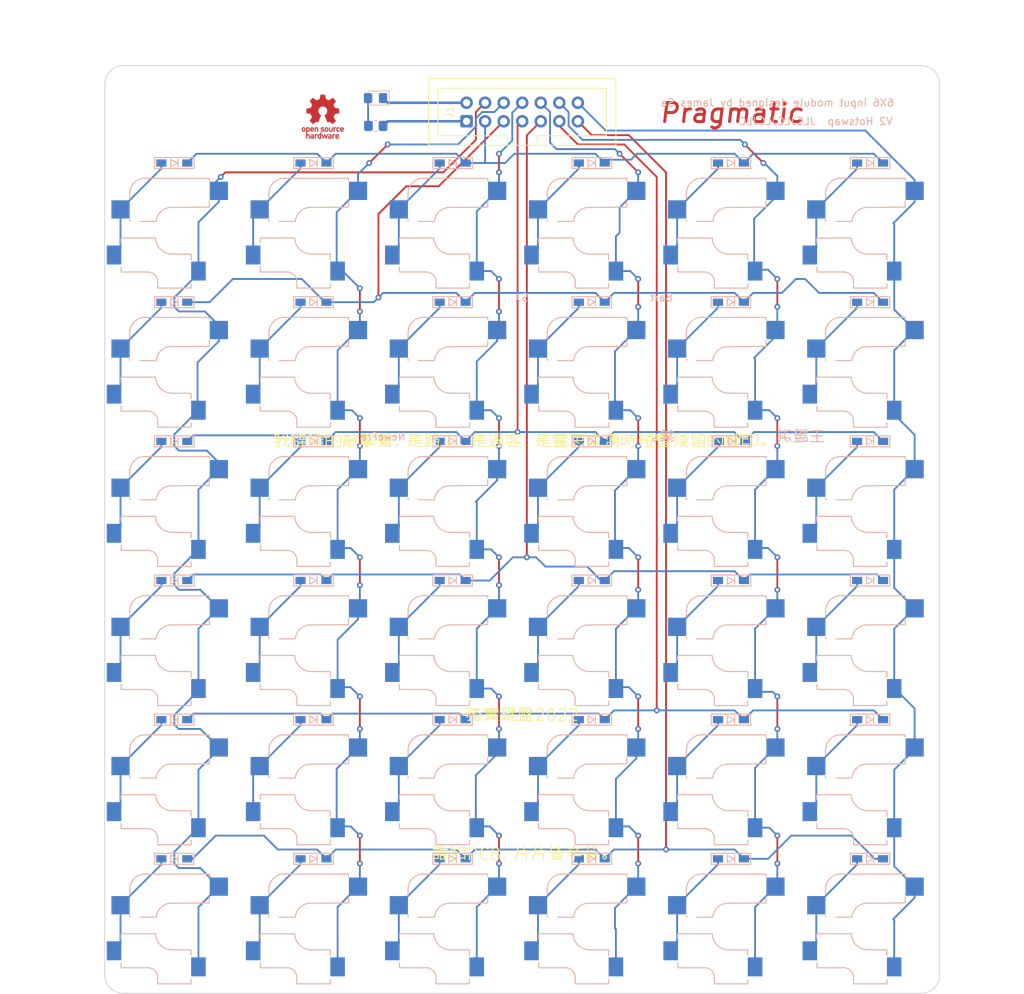
<source format=kicad_pcb>
(kicad_pcb (version 20211014) (generator pcbnew)
  (title_block (title "Pragmatic 6x6 input module") (date "2021-11-30") (rev "0.3") (company "James Sa"))
  (layers (0 "F.Cu" signal) (31 "B.Cu" signal) (34 "B.Paste" user) (35 "F.Paste" user) (36 "B.SilkS" user "B.Silkscreen") (37 "F.SilkS" user "F.Silkscreen") (38 "B.Mask" user) (39 "F.Mask" user) (44 "Edge.Cuts" user))
  (net 0 "")
  (net 1 "Net-(D1-Pad2)")
  (net 2 "Row1")
  (net 3 "Net-(D2-Pad2)")
  (net 4 "Col1")
  (net 5 "Net-(D7-Pad2)")
  (net 6 "Row2")
  (net 7 "Net-(D8-Pad2)")
  (net 8 "VCC")
  (net 9 "Col3")
  (net 10 "Col2")
  (net 11 "Row3")
  (net 12 "GND")
  (net 13 "Row4")
  (net 14 "Row5")
  (net 15 "Row6")
  (net 16 "Col6")
  (net 17 "Col5")
  (net 18 "Col4")
  (net 19 "Net-(D37-Pad2)")
  (net 20 "Net-(D3-Pad2)")
  (net 21 "Net-(D4-Pad2)")
  (net 22 "Net-(D5-Pad2)")
  (net 23 "Net-(D6-Pad2)")
  (net 24 "Net-(D9-Pad2)")
  (net 25 "Net-(D10-Pad2)")
  (net 26 "Net-(D11-Pad2)")
  (net 27 "Net-(D12-Pad2)")
  (net 28 "Net-(D13-Pad2)")
  (net 29 "Net-(D14-Pad2)")
  (net 30 "Net-(D15-Pad2)")
  (net 31 "Net-(D16-Pad2)")
  (net 32 "Net-(D17-Pad2)")
  (net 33 "Net-(D18-Pad2)")
  (net 34 "Net-(D19-Pad2)")
  (net 35 "Net-(D20-Pad2)")
  (net 36 "Net-(D21-Pad2)")
  (net 37 "Net-(D22-Pad2)")
  (net 38 "Net-(D23-Pad2)")
  (net 39 "Net-(D24-Pad2)")
  (net 40 "Net-(D25-Pad2)")
  (net 41 "Net-(D26-Pad2)")
  (net 42 "Net-(D27-Pad2)")
  (net 43 "Net-(D28-Pad2)")
  (net 44 "Net-(D29-Pad2)")
  (net 45 "Net-(D30-Pad2)")
  (net 46 "Net-(D31-Pad2)")
  (net 47 "Net-(D32-Pad2)")
  (net 48 "Net-(D33-Pad2)")
  (net 49 "Net-(D34-Pad2)")
  (net 50 "Net-(D35-Pad2)")
  (net 51 "Net-(D36-Pad2)")
  (footprint "Keyboard_JSA:CherryMX_Choc_Hotswap" (layer "F.Cu") (at 57.15 57.15)
    (fp_text reference "SW1" hide)
    (fp_text value "SW_Push" hide)
  )
  (footprint "Keyboard_JSA:CherryMX_Choc_Hotswap" (layer "F.Cu") (at 57.15 76.2)
    (fp_text reference "SW7" hide)
    (fp_text value "SW_Push" hide)
  )
  (footprint "Keyboard_JSA:CherryMX_Choc_Hotswap" (layer "F.Cu") (at 76.2 76.2)
    (fp_text reference "SW8" hide)
    (fp_text value "SW_Push" hide)
  )
  (footprint "Keyboard_JSA:CherryMX_Choc_Hotswap" (layer "F.Cu") (at 76.2 57.15)
    (fp_text reference "SW2" hide)
    (fp_text value "SW_Push" hide)
  )
  (footprint "Keyboard_JSA:CherryMX_Choc_Hotswap" (layer "F.Cu") (at 95.25 57.15)
    (fp_text reference "SW3" hide)
    (fp_text value "SW_Push" hide)
  )
  (footprint "Keyboard_JSA:CherryMX_Choc_Hotswap" (layer "F.Cu") (at 114.3 57.15)
    (fp_text reference "SW4" hide)
    (fp_text value "SW_Push" hide)
  )
  (footprint "Keyboard_JSA:CherryMX_Choc_Hotswap" (layer "F.Cu") (at 133.35 57.15)
    (fp_text reference "SW5" hide)
    (fp_text value "SW_Push" hide)
  )
  (footprint "Keyboard_JSA:CherryMX_Choc_Hotswap" (layer "F.Cu") (at 152.4 57.15)
    (fp_text reference "SW6" hide)
    (fp_text value "SW_Push" hide)
  )
  (footprint "Keyboard_JSA:CherryMX_Choc_Hotswap" (layer "F.Cu") (at 95.25 76.2)
    (fp_text reference "SW9" hide)
    (fp_text value "SW_Push" hide)
  )
  (footprint "Keyboard_JSA:CherryMX_Choc_Hotswap" (layer "F.Cu") (at 114.3 76.2)
    (fp_text reference "SW10" hide)
    (fp_text value "SW_Push" hide)
  )
  (footprint "Keyboard_JSA:CherryMX_Choc_Hotswap" (layer "F.Cu") (at 133.35 76.2)
    (fp_text reference "SW11" hide)
    (fp_text value "SW_Push" hide)
  )
  (footprint "Keyboard_JSA:CherryMX_Choc_Hotswap" (layer "F.Cu") (at 152.4 76.2)
    (fp_text reference "SW12" hide)
    (fp_text value "SW_Push" hide)
  )
  (footprint "Keyboard_JSA:CherryMX_Choc_Hotswap" (layer "F.Cu") (at 57.15 95.25)
    (fp_text reference "SW13" hide)
    (fp_text value "SW_Push" hide)
  )
  (footprint "Keyboard_JSA:CherryMX_Choc_Hotswap" (layer "F.Cu") (at 76.2 95.25)
    (fp_text reference "SW14" hide)
    (fp_text value "SW_Push" hide)
  )
  (footprint "Keyboard_JSA:CherryMX_Choc_Hotswap" (layer "F.Cu") (at 95.25 95.25)
    (fp_text reference "SW15" hide)
    (fp_text value "SW_Push" hide)
  )
  (footprint "Keyboard_JSA:CherryMX_Choc_Hotswap" (layer "F.Cu") (at 114.3 95.25)
    (fp_text reference "SW16" hide)
    (fp_text value "SW_Push" hide)
  )
  (footprint "Keyboard_JSA:CherryMX_Choc_Hotswap" (layer "F.Cu") (at 133.35 95.25)
    (fp_text reference "SW17" hide)
    (fp_text value "SW_Push" hide)
  )
  (footprint "Keyboard_JSA:CherryMX_Choc_Hotswap" (layer "F.Cu") (at 152.4 95.25)
    (fp_text reference "SW18" hide)
    (fp_text value "SW_Push" hide)
  )
  (footprint "Keyboard_JSA:CherryMX_Choc_Hotswap" (layer "F.Cu") (at 57.15 114.3)
    (fp_text reference "SW19" hide)
    (fp_text value "SW_Push" hide)
  )
  (footprint "Keyboard_JSA:CherryMX_Choc_Hotswap" (layer "F.Cu") (at 76.2 114.3)
    (fp_text reference "SW20" hide)
    (fp_text value "SW_Push" hide)
  )
  (footprint "Keyboard_JSA:CherryMX_Choc_Hotswap" (layer "F.Cu") (at 95.25 114.3)
    (fp_text reference "SW21" hide)
    (fp_text value "SW_Push" hide)
  )
  (footprint "Keyboard_JSA:CherryMX_Choc_Hotswap" (layer "F.Cu") (at 114.3 114.3)
    (fp_text reference "SW22" hide)
    (fp_text value "SW_Push" hide)
  )
  (footprint "Keyboard_JSA:CherryMX_Choc_Hotswap" (layer "F.Cu") (at 133.35 114.3)
    (fp_text reference "SW23" hide)
    (fp_text value "SW_Push" hide)
  )
  (footprint "Keyboard_JSA:CherryMX_Choc_Hotswap" (layer "F.Cu") (at 152.4 114.3)
    (fp_text reference "SW24" hide)
    (fp_text value "SW_Push" hide)
  )
  (footprint "Keyboard_JSA:CherryMX_Choc_Hotswap" (layer "F.Cu") (at 57.15 133.35)
    (fp_text reference "SW25" hide)
    (fp_text value "SW_Push" hide)
  )
  (footprint "Keyboard_JSA:CherryMX_Choc_Hotswap" (layer "F.Cu") (at 76.2 133.35)
    (fp_text reference "SW26" hide)
    (fp_text value "SW_Push" hide)
  )
  (footprint "Keyboard_JSA:CherryMX_Choc_Hotswap" (layer "F.Cu") (at 95.25 133.35)
    (fp_text reference "SW27" hide)
    (fp_text value "SW_Push" hide)
  )
  (footprint "Keyboard_JSA:CherryMX_Choc_Hotswap" (layer "F.Cu") (at 114.3 133.35)
    (fp_text reference "SW28" hide)
    (fp_text value "SW_Push" hide)
  )
  (footprint "Keyboard_JSA:CherryMX_Choc_Hotswap" (layer "F.Cu") (at 133.35 133.35)
    (fp_text reference "SW29" hide)
    (fp_text value "SW_Push" hide)
  )
  (footprint "Keyboard_JSA:CherryMX_Choc_Hotswap" (layer "F.Cu") (at 152.4 133.35)
    (fp_text reference "SW30" hide)
    (fp_text value "SW_Push" hide)
  )
  (footprint "Keyboard_JSA:CherryMX_Choc_Hotswap" (layer "F.Cu") (at 57.15 152.4)
    (fp_text reference "SW31" hide)
    (fp_text value "SW_Push" hide)
  )
  (footprint "Keyboard_JSA:CherryMX_Choc_Hotswap" (layer "F.Cu") (at 76.2 152.4)
    (fp_text reference "SW32" hide)
    (fp_text value "SW_Push" hide)
  )
  (footprint "Keyboard_JSA:CherryMX_Choc_Hotswap" (layer "F.Cu") (at 95.25 152.4)
    (fp_text reference "SW33" hide)
    (fp_text value "SW_Push" hide)
  )
  (footprint "Keyboard_JSA:CherryMX_Choc_Hotswap" (layer "F.Cu") (at 114.3 152.4)
    (fp_text reference "SW34" hide)
    (fp_text value "SW_Push" hide)
  )
  (footprint "Keyboard_JSA:CherryMX_Choc_Hotswap" (layer "F.Cu") (at 133.35 152.4)
    (fp_text reference "SW35" hide)
    (fp_text value "SW_Push" hide)
  )
  (footprint "Keyboard_JSA:CherryMX_Choc_Hotswap" (layer "F.Cu") (at 152.4 152.4)
    (fp_text reference "SW36" hide)
    (fp_text value "SW_Push" hide)
  )
  (footprint "MountingHole:MountingHole_2.5mm" (layer "F.Cu") (at 104.775 104.775)
    (fp_text reference "H5")
    (fp_text value "MountingHole")
  )
  (footprint "MountingHole:MountingHole_2.5mm" (layer "F.Cu") (at 66.675 66.675)
    (fp_text reference "H1")
    (fp_text value "MountingHole")
  )
  (footprint "MountingHole:MountingHole_2.5mm" (layer "F.Cu") (at 66.04 142.24)
    (fp_text reference "H2")
    (fp_text value "MountingHole")
  )
  (footprint "MountingHole:MountingHole_2.5mm" (layer "F.Cu") (at 142.875 66.675)
    (fp_text reference "H3")
    (fp_text value "MountingHole")
  )
  (footprint "MountingHole:MountingHole_2.5mm" (layer "F.Cu") (at 142.875 142.875)
    (fp_text reference "H4")
    (fp_text value "MountingHole")
  )
  (footprint "Connector_IDC:IDC-Header_2x07_P2.54mm_Vertical" (layer "F.Cu") (at 97.155 42.545 90)
    (fp_text reference "J1")
    (fp_text value "Hand-Soldering")
  )
  (footprint "Pragmatic:Logo" (layer "F.Cu") (at 133.35 42.545)
    (fp_text reference "REF**" hide)
    (fp_text value "Logo")
  )
  (footprint "Symbol:OSHW-Logo_5.7x6mm_Copper" (layer "F.Cu") (at 77.47 41.91)
    (fp_text reference "LOGO1" hide)
    (fp_text value "Logo_Open_Hardware_Small" hide)
  )
  (footprint "Keyboard_Foostan:D3_SMD_v2" (layer "B.Cu") (at 57.15 48.26 180)
    (fp_text reference "D1" hide)
    (fp_text value "1N4148" hide)
  )
  (footprint "Keyboard_Foostan:D3_SMD_v2" (layer "B.Cu") (at 57.15 67.31 180)
    (fp_text reference "D7" hide)
    (fp_text value "1N4148" hide)
  )
  (footprint "Keyboard_Foostan:D3_SMD_v2" (layer "B.Cu") (at 76.2 67.31 180)
    (fp_text reference "D8" hide)
    (fp_text value "1N4148" hide)
  )
  (footprint "Keyboard_Foostan:D3_SMD_v2" (layer "B.Cu") (at 76.2 48.26 180)
    (fp_text reference "D2" hide)
    (fp_text value "1N4148" hide)
  )
  (footprint "Keyboard_Foostan:D3_SMD_v2" (layer "B.Cu") (at 95.25 48.26 180)
    (fp_text reference "D3" hide)
    (fp_text value "1N4148" hide)
  )
  (footprint "Keyboard_Foostan:D3_SMD_v2" (layer "B.Cu") (at 114.3 48.26 180)
    (fp_text reference "D4" hide)
    (fp_text value "1N4148" hide)
  )
  (footprint "Keyboard_Foostan:D3_SMD_v2" (layer "B.Cu") (at 133.35 48.26 180)
    (fp_text reference "D5" hide)
    (fp_text value "1N4148" hide)
  )
  (footprint "Keyboard_Foostan:D3_SMD_v2" (layer "B.Cu") (at 152.4 48.26 180)
    (fp_text reference "D6" hide)
    (fp_text value "1N4148" hide)
  )
  (footprint "Keyboard_Foostan:D3_SMD_v2" (layer "B.Cu") (at 95.25 67.31 180)
    (fp_text reference "D9" hide)
    (fp_text value "1N4148" hide)
  )
  (footprint "Keyboard_Foostan:D3_SMD_v2" (layer "B.Cu") (at 114.3 67.31 180)
    (fp_text reference "D10" hide)
    (fp_text value "1N4148" hide)
  )
  (footprint "Keyboard_Foostan:D3_SMD_v2" (layer "B.Cu") (at 133.35 67.31 180)
    (fp_text reference "D11" hide)
    (fp_text value "1N4148" hide)
  )
  (footprint "Keyboard_Foostan:D3_SMD_v2" (layer "B.Cu") (at 152.4 67.31 180)
    (fp_text reference "D12" hide)
    (fp_text value "1N4148" hide)
  )
  (footprint "Keyboard_Foostan:D3_SMD_v2" (layer "B.Cu") (at 57.15 86.36 180)
    (fp_text reference "D13" hide)
    (fp_text value "1N4148" hide)
  )
  (footprint "Keyboard_Foostan:D3_SMD_v2" (layer "B.Cu") (at 76.2 86.36 180)
    (fp_text reference "D14" hide)
    (fp_text value "1N4148" hide)
  )
  (footprint "Keyboard_Foostan:D3_SMD_v2" (layer "B.Cu") (at 95.25 86.36 180)
    (fp_text reference "D15" hide)
    (fp_text value "1N4148" hide)
  )
  (footprint "Keyboard_Foostan:D3_SMD_v2" (layer "B.Cu") (at 114.3 86.36 180)
    (fp_text reference "D16" hide)
    (fp_text value "1N4148" hide)
  )
  (footprint "Keyboard_Foostan:D3_SMD_v2" (layer "B.Cu") (at 133.48 86.36 180)
    (fp_text reference "D17" hide)
    (fp_text value "1N4148" hide)
  )
  (footprint "Keyboard_Foostan:D3_SMD_v2" (layer "B.Cu") (at 152.4 86.36 180)
    (fp_text reference "D18" hide)
    (fp_text value "1N4148" hide)
  )
  (footprint "Keyboard_Foostan:D3_SMD_v2" (layer "B.Cu") (at 57.15 105.41 180)
    (fp_text reference "D19" hide)
    (fp_text value "1N4148" hide)
  )
  (footprint "Keyboard_Foostan:D3_SMD_v2" (layer "B.Cu") (at 76.2 105.41 180)
    (fp_text reference "D20" hide)
    (fp_text value "1N4148" hide)
  )
  (footprint "Keyboard_Foostan:D3_SMD_v2" (layer "B.Cu") (at 95.25 105.41 180)
    (fp_text reference "D21" hide)
    (fp_text value "1N4148" hide)
  )
  (footprint "Keyboard_Foostan:D3_SMD_v2" (layer "B.Cu") (at 114.3 105.41 180)
    (fp_text reference "D22" hide)
    (fp_text value "1N4148" hide)
  )
  (footprint "Keyboard_Foostan:D3_SMD_v2" (layer "B.Cu") (at 133.35 105.41 180)
    (fp_text reference "D23" hide)
    (fp_text value "1N4148" hide)
  )
  (footprint "Keyboard_Foostan:D3_SMD_v2" (layer "B.Cu") (at 152.4 105.41 180)
    (fp_text reference "D24" hide)
    (fp_text value "1N4148" hide)
  )
  (footprint "Keyboard_Foostan:D3_SMD_v2" (layer "B.Cu") (at 57.15 124.46 180)
    (fp_text reference "D25" hide)
    (fp_text value "1N4148" hide)
  )
  (footprint "Keyboard_Foostan:D3_SMD_v2" (layer "B.Cu") (at 76.2 124.46 180)
    (fp_text reference "D26" hide)
    (fp_text value "1N4148" hide)
  )
  (footprint "Keyboard_Foostan:D3_SMD_v2" (layer "B.Cu") (at 95.25 124.46 180)
    (fp_text reference "D27" hide)
    (fp_text value "1N4148" hide)
  )
  (footprint "Keyboard_Foostan:D3_SMD_v2" (layer "B.Cu") (at 114.3 124.46 180)
    (fp_text reference "D28" hide)
    (fp_text value "1N4148" hide)
  )
  (footprint "Keyboard_Foostan:D3_SMD_v2" (layer "B.Cu") (at 133.35 124.46 180)
    (fp_text reference "D29" hide)
    (fp_text value "1N4148" hide)
  )
  (footprint "Keyboard_Foostan:D3_SMD_v2" (layer "B.Cu") (at 152.4 124.46 180)
    (fp_text reference "D30" hide)
    (fp_text value "1N4148" hide)
  )
  (footprint "Keyboard_Foostan:D3_SMD_v2" (layer "B.Cu") (at 57.15 143.51 180)
    (fp_text reference "D31" hide)
    (fp_text value "1N4148" hide)
  )
  (footprint "Keyboard_Foostan:D3_SMD_v2" (layer "B.Cu") (at 76.2 143.51 180)
    (fp_text reference "D32" hide)
    (fp_text value "1N4148" hide)
  )
  (footprint "Keyboard_Foostan:D3_SMD_v2" (layer "B.Cu") (at 95.25 143.51 180)
    (fp_text reference "D33" hide)
    (fp_text value "1N4148" hide)
  )
  (footprint "Keyboard_Foostan:D3_SMD_v2" (layer "B.Cu") (at 114.3 143.51 180)
    (fp_text reference "D34" hide)
    (fp_text value "1N4148" hide)
  )
  (footprint "Keyboard_Foostan:D3_SMD_v2" (layer "B.Cu") (at 133.35 143.51 180)
    (fp_text reference "D35" hide)
    (fp_text value "1N4148" hide)
  )
  (footprint "Keyboard_Foostan:D3_SMD_v2" (layer "B.Cu") (at 152.4 143.51 180)
    (fp_text reference "D36" hide)
    (fp_text value "1N4148" hide)
  )
  (footprint "LED_SMD:LED_0805_2012Metric_Pad1.15x1.40mm_HandSolder" (layer "B.Cu") (at 84.7 39.37 180)
    (fp_text reference "D37")
    (fp_text value "White LED")
  )
  (footprint "Resistor_SMD:R_0805_2012Metric_Pad1.20x1.40mm_HandSolder" (layer "B.Cu") (at 84.725 43.18 180)
    (fp_text reference "R1")
    (fp_text value "1.5K 1/8W")
  )
  (gr_line (start 50.165 161.925) (end 159.385 161.925) (layer "Edge.Cuts") (width 0.12))
  (gr_arc (start 161.925 159.385) (mid 161.181051 161.181051) (end 159.385 161.925) (layer "Edge.Cuts") (width 0.12))
  (gr_arc (start 159.385 34.925) (mid 161.181051 35.668949) (end 161.925 37.465) (layer "Edge.Cuts") (width 0.12))
  (gr_line (start 161.925 37.465) (end 161.925 159.385) (layer "Edge.Cuts") (width 0.12))
  (gr_arc (start 50.165 161.925) (mid 48.368949 161.181051) (end 47.625 159.385) (layer "Edge.Cuts") (width 0.12))
  (gr_line (start 159.385 34.925) (end 50.165 34.925) (layer "Edge.Cuts") (width 0.12))
  (gr_arc (start 47.625 37.465) (mid 48.368949 35.668949) (end 50.165 34.925) (layer "Edge.Cuts") (width 0.12))
  (gr_line (start 47.625 37.465) (end 47.625 159.385) (layer "Edge.Cuts") (width 0.12))
  (gr_text "6X6 input module designed by James Sa" (at 139.7 40.005) (layer "B.SilkS") (effects (font (size 1.016 1.016) (thickness 0.1524)) (justify mirror)))
  (gr_text "棠。" (at 123.825 85.725) (layer "B.SilkS") (effects (font (size 1.5 1.5)) (justify mirror)))
  (gr_text "Bart" (at 123.825 66.675) (layer "B.SilkS") (effects (font (size 1 1)) (justify mirror)))
  (gr_text "김" (at 68.58 84.455) (layer "B.SilkS") (effects (font (size 1 1)) (justify mirror)))
  (gr_text "SJ" (at 104.775 66.675) (layer "B.SilkS") (effects (font (size 1 1)) (justify mirror)))
  (gr_text "JLCJLCJLCJLC" (at 139.7 42.545) (layer "B.SilkS") (effects (font (size 1.016 1.016) (thickness 0.1524)) (justify mirror)))
  (gr_text "NeweFre" (at 85.725 85.725) (layer "B.SilkS") (effects (font (size 1 1)) (justify mirror)))
  (gr_text "김" (at 67.31 85.09) (layer "B.SilkS") (effects (font (size 1.5 1.5)) (justify mirror)))
  (gr_text "王證淇" (at 142.875 85.725) (layer "B.SilkS") (effects (font (size 1.5 1.5)) (justify mirror)))
  (gr_text "V2 Hotswap" (at 155.575 42.545) (layer "B.SilkS") (effects (font (size 1.016 1.016) (thickness 0.1524)) (justify left mirror)))
  (gr_text "務實鍵盤2022" (at 104.775 123.825) (layer "F.SilkS") (effects (font (size 1.6 1.6))))
  (gr_text "我噠噠的敲擊聲，是歸人，是過客，是靈思泉湧時短暫殘留的腳印。" (at 104.775 86.36) (layer "F.SilkS") (effects (font (size 1.6 1.6))))
  (gr_text "誰知PCB，片片皆辛苦。" (at 104.775 142.875) (layer "F.SilkS") (effects (font (size 1.6 1.6))))
  (segment (start 49.784 54.61) (end 49.784 59.961) (width 0.25) (layer "B.Cu") (net 1))
  (segment (start 49.784 59.961) (end 48.895 60.85) (width 0.25) (layer "B.Cu") (net 1))
  (segment (start 55.375 49.019) (end 49.784 54.61) (width 0.25) (layer "B.Cu") (net 1))
  (segment (start 55.375 48.26) (end 55.375 49.019) (width 0.25) (layer "B.Cu") (net 1))
  (segment (start 79.245 46.99) (end 95.755 46.99) (width 0.25) (layer "B.Cu") (net 2))
  (segment (start 154.175 48.26) (end 152.905 46.99) (width 0.25) (layer "B.Cu") (net 2))
  (segment (start 115.619005 47.804005) (end 119.680099 47.804005) (width 0.25) (layer "B.Cu") (net 2))
  (segment (start 136.395 46.99) (end 135.125 48.26) (width 0.25) (layer "B.Cu") (net 2))
  (segment (start 99.695 42.545) (end 99.695 48.26) (width 0.25) (layer "B.Cu") (net 2))
  (segment (start 97.025 48.26) (end 102.4298 48.26) (width 0.25) (layer "B.Cu") (net 2))
  (segment (start 114.805 46.99) (end 116.075 48.26) (width 0.25) (layer "B.Cu") (net 2))
  (segment (start 77.975 48.26) (end 79.245 46.99) (width 0.25) (layer "B.Cu") (net 2))
  (segment (start 133.855 46.99) (end 135.125 48.26) (width 0.25) (layer "B.Cu") (net 2))
  (segment (start 102.4298 48.26) (end 103.6998 46.99) (width 0.25) (layer "B.Cu") (net 2))
  (segment (start 119.680099 47.804005) (end 120.494104 46.99) (width 0.25) (layer "B.Cu") (net 2))
  (segment (start 76.705 46.99) (end 77.975 48.26) (width 0.25) (layer "B.Cu") (net 2))
  (segment (start 60.195 46.99) (end 76.705 46.99) (width 0.25) (layer "B.Cu") (net 2))
  (segment (start 95.755 46.99) (end 97.025 48.26) (width 0.25) (layer "B.Cu") (net 2))
  (segment (start 58.925 48.26) (end 60.195 46.99) (width 0.25) (layer "B.Cu") (net 2))
  (segment (start 103.6998 46.99) (end 114.805 46.99) (width 0.25) (layer "B.Cu") (net 2))
  (segment (start 120.494104 46.99) (end 133.855 46.99) (width 0.25) (layer "B.Cu") (net 2))
  (segment (start 152.905 46.99) (end 136.395 46.99) (width 0.25) (layer "B.Cu") (net 2))
  (segment (start 74.425 48.26) (end 74.425 49.019) (width 0.25) (layer "B.Cu") (net 3))
  (segment (start 67.945 55.499) (end 67.945 60.85) (width 0.25) (layer "B.Cu") (net 3))
  (segment (start 74.425 49.019) (end 68.834 54.61) (width 0.25) (layer "B.Cu") (net 3))
  (segment (start 93.98 49.53) (end 64.135 49.53) (width 0.25) (layer "F.Cu") (net 4))
  (segment (start 64.135 49.53) (end 63.5 50.165) (width 0.25) (layer "F.Cu") (net 4))
  (segment (start 98.425 41.275) (end 98.425 45.085) (width 0.25) (layer "F.Cu") (net 4))
  (segment (start 98.425 45.085) (end 93.98 49.53) (width 0.25) (layer "F.Cu") (net 4))
  (segment (start 99.695 40.005) (end 98.425 41.275) (width 0.25) (layer "F.Cu") (net 4))
  (via (at 63.5 50.165) (size 0.8) (drill 0.4) (layers "F.Cu" "B.Cu") (net 4))
  (segment (start 60.325 75.565) (end 60.325 81.973) (width 0.25) (layer "B.Cu") (net 4))
  (segment (start 63.246 71.12) (end 63.246 72.644) (width 0.25) (layer "B.Cu") (net 4))
  (segment (start 57.15 104.452) (end 60.452 101.15) (width 0.25) (layer "B.Cu") (net 4))
  (segment (start 60.452 92.964) (end 60.452 101.15) (width 0.25) (layer "B.Cu") (net 4))
  (segment (start 60.452 131.318) (end 60.452 139.25) (width 0.25) (layer "B.Cu") (net 4))
  (segment (start 63.246 128.524) (end 60.452 131.318) (width 0.25) (layer "B.Cu") (net 4))
  (segment (start 57.15 85.402) (end 57.15 86.995) (width 0.25) (layer "B.Cu") (net 4))
  (segment (start 57.15 86.995) (end 57.785 87.63) (width 0.25) (layer "B.Cu") (net 4))
  (segment (start 57.15 125.132011) (end 57.747989 125.73) (width 0.25) (layer "B.Cu") (net 4))
  (segment (start 63.246 109.22) (end 60.452 112.014) (width 0.25) (layer "B.Cu") (net 4))
  (segment (start 61.595 87.63) (end 63.246 89.281) (width 0.25) (layer "B.Cu") (net 4))
  (segment (start 57.15 66.675) (end 57.15 67.945) (width 0.25) (layer "B.Cu") (net 4))
  (segment (start 57.15 106.045) (end 57.785 106.68) (width 0.25) (layer "B.Cu") (net 4))
  (segment (start 57.785 87.63) (end 61.595 87.63) (width 0.25) (layer "B.Cu") (net 4))
  (segment (start 61.332987 68.58) (end 63.246 70.493013) (width 0.25) (layer "B.Cu") (net 4))
  (segment (start 60.706 125.73) (end 63.246 128.27) (width 0.25) (layer "B.Cu") (net 4))
  (segment (start 62.865 51.689) (end 62.865 50.8) (width 0.25) (layer "B.Cu") (net 4))
  (segment (start 60.452 112.014) (end 60.452 120.2) (width 0.25) (layer "B.Cu") (net 4))
  (segment (start 63.246 147.32) (end 60.452 150.114) (width 0.25) (layer "B.Cu") (net 4))
  (segment (start 57.785 144.78) (end 60.706 144.78) (width 0.25) (layer "B.Cu") (net 4))
  (segment (start 57.785 68.58) (end 61.332987 68.58) (width 0.25) (layer "B.Cu") (net 4))
  (segment (start 60.452 63.373) (end 57.15 66.675) (width 0.25) (layer "B.Cu") (net 4))
  (segment (start 57.785 106.68) (end 60.706 106.68) (width 0.25) (layer "B.Cu") (net 4))
  (segment (start 57.15 142.552) (end 57.15 144.145) (width 0.25) (layer "B.Cu") (net 4))
  (segment (start 63.246 90.17) (end 60.452 92.964) (width 0.25) (layer "B.Cu") (net 4))
  (segment (start 57.15 144.145) (end 57.785 144.78) (width 0.25) (layer "B.Cu") (net 4))
  (segment (start 63.246 72.644) (end 60.325 75.565) (width 0.25) (layer "B.Cu") (net 4))
  (segment (start 60.452 120.523) (end 57.15 123.825) (width 0.25) (layer "B.Cu") (net 4))
  (segment (start 63.246 53.57) (end 60.452 56.364) (width 0.25) (layer "B.Cu") (net 4))
  (segment (start 57.15 67.945) (end 57.785 68.58) (width 0.25) (layer "B.Cu") (net 4))
  (segment (start 60.452 139.25) (end 57.15 142.552) (width 0.25) (layer "B.Cu") (net 4))
  (segment (start 60.706 106.68) (end 63.246 109.22) (width 0.25) (layer "B.Cu") (net 4))
  (segment (start 62.865 50.8) (end 63.5 50.165) (width 0.25) (layer "B.Cu") (net 4))
  (segment (start 63.246 52.07) (end 63.246 53.57) (width 0.25) (layer "B.Cu") (net 4))
  (segment (start 60.706 144.78) (end 63.246 147.32) (width 0.25) (layer "B.Cu") (net 4))
  (segment (start 60.452 56.364) (end 60.452 63.05) (width 0.25) (layer "B.Cu") (net 4))
  (segment (start 57.747989 125.73) (end 60.706 125.73) (width 0.25) (layer "B.Cu") (net 4))
  (segment (start 57.15 104.452) (end 57.15 106.045) (width 0.25) (layer "B.Cu") (net 4))
  (segment (start 60.452 82.1) (end 57.15 85.402) (width 0.25) (layer "B.Cu") (net 4))
  (segment (start 57.15 123.825) (end 57.15 125.132011) (width 0.25) (layer "B.Cu") (net 4))
  (segment (start 60.452 150.114) (end 60.452 158.3) (width 0.25) (layer "B.Cu") (net 4))
  (segment (start 55.375 67.31) (end 55.375 68.069) (width 0.25) (layer "B.Cu") (net 5))
  (segment (start 55.375 68.069) (end 49.784 73.66) (width 0.25) (layer "B.Cu") (net 5))
  (segment (start 49.784 73.66) (end 49.784 79.011) (width 0.25) (layer "B.Cu") (net 5))
  (segment (start 49.784 79.011) (end 48.895 79.9) (width 0.25) (layer "B.Cu") (net 5))
  (segment (start 102.235 42.545) (end 93.345 51.435) (width 0.25) (layer "F.Cu") (net 6))
  (segment (start 85.09 55.245) (end 85.09 66.675) (width 0.25) (layer "F.Cu") (net 6))
  (segment (start 88.9 51.435) (end 85.09 55.245) (width 0.25) (layer "F.Cu") (net 6))
  (segment (start 93.345 51.435) (end 88.9 51.435) (width 0.25) (layer "F.Cu") (net 6))
  (via (at 85.09 66.675) (size 0.8) (drill 0.4) (layers "F.Cu" "B.Cu") (net 6))
  (segment (start 97.025 67.31) (end 95.755 66.04) (width 0.25) (layer "B.Cu") (net 6))
  (segment (start 85.725 66.04) (end 85.09 66.675) (width 0.25) (layer "B.Cu") (net 6))
  (segment (start 154.175 67.31) (end 152.905 66.04) (width 0.25) (layer "B.Cu") (net 6))
  (segment (start 84.455 67.31) (end 85.09 66.675) (width 0.25) (layer "B.Cu") (net 6))
  (segment (start 95.755 66.04) (end 85.725 66.04) (width 0.25) (layer "B.Cu") (net 6))
  (segment (start 114.805 66.04) (end 98.295 66.04) (width 0.25) (layer "B.Cu") (net 6))
  (segment (start 140.335 66.04) (end 136.395 66.04) (width 0.25) (layer "B.Cu") (net 6))
  (segment (start 136.395 66.04) (end 135.125 67.31) (width 0.25) (layer "B.Cu") (net 6))
  (segment (start 58.925 67.31) (end 61.9846 67.31) (width 0.25) (layer "B.Cu") (net 6))
  (segment (start 77.975 67.31) (end 84.455 67.31) (width 0.25) (layer "B.Cu") (net 6))
  (segment (start 116.075 67.31) (end 114.805 66.04) (width 0.25) (layer "B.Cu") (net 6))
  (segment (start 152.905 66.04) (end 145.415 66.04) (width 0.25) (layer "B.Cu") (net 6))
  (segment (start 142.24 64.135) (end 140.335 66.04) (width 0.25) (layer "B.Cu") (net 6))
  (segment (start 135.125 67.31) (end 133.855 66.04) (width 0.25) (layer "B.Cu") (net 6))
  (segment (start 98.295 66.04) (end 97.025 67.31) (width 0.25) (layer "B.Cu") (net 6))
  (segment (start 61.9846 67.31) (end 65.1596 64.135) (width 0.25) (layer "B.Cu") (net 6))
  (segment (start 74.6 64.135) (end 77.775 67.31) (width 0.25) (layer "B.Cu") (net 6))
  (segment (start 133.855 66.04) (end 117.345 66.04) (width 0.25) (layer "B.Cu") (net 6))
  (segment (start 65.1596 64.135) (end 74.6 64.135) (width 0.25) (layer "B.Cu") (net 6))
  (segment (start 143.51 64.135) (end 142.24 64.135) (width 0.25) (layer "B.Cu") (net 6))
  (segment (start 117.345 66.04) (end 116.075 67.31) (width 0.25) (layer "B.Cu") (net 6))
  (segment (start 145.415 66.04) (end 143.51 64.135) (width 0.25) (layer "B.Cu") (net 6))
  (segment (start 68.834 73.66) (end 68.834 79.011) (width 0.25) (layer "B.Cu") (net 7))
  (segment (start 74.425 68.069) (end 68.834 73.66) (width 0.25) (layer "B.Cu") (net 7))
  (segment (start 68.834 79.011) (end 67.945 79.9) (width 0.25) (layer "B.Cu") (net 7))
  (segment (start 74.425 67.31) (end 74.425 68.069) (width 0.25) (layer "B.Cu") (net 7))
  (segment (start 86.36 42.545) (end 97.155 42.545) (width 0.3556) (layer "B.Cu") (net 8))
  (segment (start 85.725 43.18) (end 86.36 42.545) (width 0.3556) (layer "B.Cu") (net 8))
  (segment (start 101.6 49.53) (end 101.6 46.99) (width 0.25) (layer "F.Cu") (net 9))
  (segment (start 101.6 86.995) (end 101.6 83.185) (width 0.25) (layer "F.Cu") (net 9))
  (segment (start 101.6 68.58) (end 101.6 64.135) (width 0.25) (layer "F.Cu") (net 9))
  (segment (start 101.6 121.285) (end 101.6 125.73) (width 0.25) (layer "F.Cu") (net 9))
  (segment (start 101.6 140.335) (end 101.6 144.145) (width 0.25) (layer "F.Cu") (net 9))
  (segment (start 101.6 102.235) (end 101.6 106.045) (width 0.25) (layer "F.Cu") (net 9))
  (via (at 101.6 125.73) (size 0.8) (drill 0.4) (layers "F.Cu" "B.Cu") (net 9))
  (via (at 101.6 46.99) (size 0.8) (drill 0.4) (layers "F.Cu" "B.Cu") (net 9))
  (via (at 101.6 86.995) (size 0.8) (drill 0.4) (layers "F.Cu" "B.Cu") (net 9))
  (via (at 101.6 102.235) (size 0.8) (drill 0.4) (layers "F.Cu" "B.Cu") (net 9))
  (via (at 101.6 144.145) (size 0.8) (drill 0.4) (layers "F.Cu" "B.Cu") (net 9))
  (via (at 101.6 68.58) (size 0.8) (drill 0.4) (layers "F.Cu" "B.Cu") (net 9))
  (via (at 101.6 49.53) (size 0.8) (drill 0.4) (layers "F.Cu" "B.Cu") (net 9))
  (via (at 101.6 64.135) (size 0.8) (drill 0.4) (layers "F.Cu" "B.Cu") (net 9))
  (via (at 101.6 140.335) (size 0.8) (drill 0.4) (layers "F.Cu" "B.Cu") (net 9))
  (via (at 101.6 83.185) (size 0.8) (drill 0.4) (layers "F.Cu" "B.Cu") (net 9))
  (via (at 101.6 121.285) (size 0.8) (drill 0.4) (layers "F.Cu" "B.Cu") (net 9))
  (via (at 101.6 106.045) (size 0.8) (drill 0.4) (layers "F.Cu" "B.Cu") (net 9))
  (segment (start 101.6 108.966) (end 101.6 106.045) (width 0.25) (layer "B.Cu") (net 9))
  (segment (start 104.775 40.005) (end 103.409511 41.370489) (width 0.25) (layer "B.Cu") (net 9))
  (segment (start 98.552 112.014) (end 98.552 120.2) (width 0.25) (layer "B.Cu") (net 9))
  (segment (start 101.346 147.32) (end 98.552 150.114) (width 0.25) (layer "B.Cu") (net 9))
  (segment (start 98.552 82.1) (end 100.515 82.1) (width 0.25) (layer "B.Cu") (net 9))
  (segment (start 101.6 70.866) (end 101.6 68.58) (width 0.25) (layer "B.Cu") (net 9))
  (segment (start 98.425 94.615) (end 98.552 94.742) (width 0.25) (layer "B.Cu") (net 9))
  (segment (start 100.515 101.15) (end 101.6 102.235) (width 0.25) (layer "B.Cu") (net 9))
  (segment (start 100.515 120.2) (end 101.6 121.285) (width 0.25) (layer "B.Cu") (net 9))
  (segment (start 101.346 147.32) (end 101.6 147.066) (width 0.25) (layer "B.Cu") (net 9))
  (segment (start 101.6 147.066) (end 101.6 144.145) (width 0.25) (layer "B.Cu") (net 9))
  (segment (start 101.346 72.62) (end 98.552 75.414) (width 0.25) (layer "B.Cu") (net 9))
  (segment (start 98.552 75.414) (end 98.552 82.1) (width 0.25) (layer "B.Cu") (net 9))
  (segment (start 101.346 52.07) (end 98.552 54.864) (width 0.25) (layer "B.Cu") (net 9))
  (segment (start 103.409511 41.370489) (end 103.409511 45.180489) (width 0.25) (layer "B.Cu") (net 9))
  (segment (start 98.795 139.065) (end 100.33 139.065) (width 0.25) (layer "B.Cu") (net 9))
  (segment (start 103.409511 45.180489) (end 101.6 46.99) (width 0.25) (layer "B.Cu") (net 9))
  (segment (start 98.552 54.864) (end 98.552 63.05) (width 0.25) (layer "B.Cu") (net 9))
  (segment (start 101.6 89.916) (end 101.6 86.995) (width 0.25) (layer "B.Cu") (net 9))
  (segment (start 98.552 150.114) (end 98.552 158.3) (width 0.25) (layer "B.Cu") (net 9))
  (segment (start 98.552 101.15) (end 100.515 101.15) (width 0.25) (layer "B.Cu") (net 9))
  (segment (start 101.6 128.016) (end 101.6 125.73) (width 0.25) (layer "B.Cu") (net 9))
  (segment (start 98.61 139.25) (end 98.795 139.065) (width 0.25) (layer "B.Cu") (net 9))
  (segment (start 98.552 63.05) (end 100.515 63.05) (width 0.25) (layer "B.Cu") (net 9))
  (segment (start 101.346 90.17) (end 101.346 91.694) (width 0.25) (layer "B.Cu") (net 9))
  (segment (start 101.346 129.159) (end 98.425 132.08) (width 0.25) (layer "B.Cu") (net 9))
  (segment (start 98.552 94.742) (end 98.552 101.15) (width 0.25) (layer "B.Cu") (net 9))
  (segment (start 101.346 91.694) (end 98.425 94.615) (width 0.25) (layer "B.Cu") (net 9))
  (segment (start 101.346 109.22) (end 98.552 112.014) (width 0.25) (layer "B.Cu") (net 9))
  (segment (start 101.6 51.816) (end 101.6 49.53) (width 0.25) (layer "B.Cu") (net 9))
  (segment (start 98.552 120.2) (end 100.515 120.2) (width 0.25) (layer "B.Cu") (net 9))
  (segment (start 100.515 63.05) (end 101.6 64.135) (width 0.25) (layer "B.Cu") (net 9))
  (segment (start 101.346 71.12) (end 101.346 72.62) (width 0.25) (layer "B.Cu") (net 9))
  (segment (start 100.515 82.1) (end 101.6 83.185) (width 0.25) (layer "B.Cu") (net 9))
  (segment (start 98.425 132.08) (end 98.425 139.123) (width 0.25) (layer "B.Cu") (net 9))
  (segment (start 100.33 139.065) (end 101.6 140.335) (width 0.25) (layer "B.Cu") (net 9))
  (segment (start 83.82 48.26) (end 86.36 45.72) (width 0.25) (layer "F.Cu") (net 10))
  (segment (start 82.55 140.335) (end 82.55 144.145) (width 0.25) (layer "F.Cu") (net 10))
  (segment (start 82.55 86.995) (end 82.55 83.185) (width 0.25) (layer "F.Cu") (net 10))
  (segment (start 82.55 121.285) (end 82.55 125.73) (width 0.25) (layer "F.Cu") (net 10))
  (segment (start 82.55 65.405) (end 82.55 68.58) (width 0.25) (layer "F.Cu") (net 10))
  (segment (start 82.55 102.235) (end 82.55 106.045) (width 0.25) (layer "F.Cu") (net 10))
  (via (at 86.36 45.72) (size 0.8) (drill 0.4) (layers "F.Cu" "B.Cu") (net 10))
  (via (at 82.55 125.73) (size 0.8) (drill 0.4) (layers "F.Cu" "B.Cu") (net 10))
  (via (at 82.55 83.185) (size 0.8) (drill 0.4) (layers "F.Cu" "B.Cu") (net 10))
  (via (at 82.55 144.145) (size 0.8) (drill 0.4) (layers "F.Cu" "B.Cu") (net 10))
  (via (at 82.55 68.58) (size 0.8) (drill 0.4) (layers "F.Cu" "B.Cu") (net 10))
  (via (at 82.55 106.045) (size 0.8) (drill 0.4) (layers "F.Cu" "B.Cu") (net 10))
  (via (at 82.55 86.995) (size 0.8) (drill 0.4) (layers "F.Cu" "B.Cu") (net 10))
  (via (at 82.55 121.285) (size 0.8) (drill 0.4) (layers "F.Cu" "B.Cu") (net 10))
  (via (at 83.82 48.26) (size 0.8) (drill 0.4) (layers "F.Cu" "B.Cu") (net 10))
  (via (at 82.55 65.405) (size 0.8) (drill 0.4) (layers "F.Cu" "B.Cu") (net 10))
  (via (at 82.55 140.335) (size 0.8) (drill 0.4) (layers "F.Cu" "B.Cu") (net 10))
  (via (at 82.55 102.235) (size 0.8) (drill 0.4) (layers "F.Cu" "B.Cu") (net 10))
  (segment (start 82.296 128.27) (end 82.55 128.016) (width 0.25) (layer "B.Cu") (net 10))
  (segment (start 98.425 42.15399) (end 98.425 43.287493) (width 0.25) (layer "B.Cu") (net 10))
  (segment (start 102.235 40.005) (end 100.965 41.275) (width 0.25) (layer "B.Cu") (net 10))
  (segment (start 79.56 120.2) (end 79.745 120.015) (width 0.25) (layer "B.Cu") (net 10))
  (segment (start 82.55 70.866) (end 82.55 68.58) (width 0.25) (layer "B.Cu") (net 10))
  (segment (start 82.55 128.016) (end 82.55 125.73) (width 0.25) (layer "B.Cu") (net 10))
  (segment (start 99.30399 41.275) (end 98.425 42.15399) (width 0.25) (layer "B.Cu") (net 10))
  (segment (start 82.296 52.07) (end 79.375 54.991) (width 0.25) (layer "B.Cu") (net 10))
  (segment (start 82.55 89.916) (end 82.55 86.995) (width 0.25) (layer "B.Cu") (net 10))
  (segment (start 80.264 100.965) (end 81.28 100.965) (width 0.25) (layer "B.Cu") (net 10))
  (segment (start 79.502 139.25) (end 79.687 139.065) (width 0.25) (layer "B.Cu") (net 10))
  (segment (start 79.502 82.1) (end 81.465 82.1) (width 0.25) (layer "B.Cu") (net 10))
  (segment (start 82.296 52.07) (end 82.296 49.784) (width 0.25) (layer "B.Cu") (net 10))
  (segment (start 81.28 100.965) (end 82.55 102.235) (width 0.25) (layer "B.Cu") (net 10))
  (segment (start 82.55 147.066) (end 82.55 144.145) (width 0.25) (layer "B.Cu") (net 10))
  (segment (start 81.28 139.065) (end 82.55 140.335) (width 0.25) (layer "B.Cu") (net 10))
  (segment (start 81.28 120.015) (end 82.55 121.285) (width 0.25) (layer "B.Cu") (net 10))
  (segment (start 79.375 54.991) (end 79.375 62.923) (width 0.25) (layer "B.Cu") (net 10))
  (segment (start 79.502 113.514) (end 79.502 120.2) (width 0.25) (layer "B.Cu") (net 10))
  (segment (start 81.465 82.1) (end 82.55 83.185) (width 0.25) (layer "B.Cu") (net 10))
  (segment (start 82.296 109.22) (end 82.296 110.72) (width 0.25) (layer "B.Cu") (net 10))
  (segment (start 100.965 41.275) (end 99.30399 41.275) (width 0.25) (layer "B.Cu") (net 10))
  (segment (start 79.502 92.964) (end 79.502 101.15) (width 0.25) (layer "B.Cu") (net 10))
  (segment (start 79.502 150.114) (end 79.502 158.3) (width 0.25) (layer "B.Cu") (net 10))
  (segment (start 82.296 147.32) (end 82.55 147.066) (width 0.25) (layer "B.Cu") (net 10))
  (segment (start 80.195 63.05) (end 82.55 65.405) (width 0.25) (layer "B.Cu") (net 10))
  (segment (start 82.296 90.17) (end 79.502 92.964) (width 0.25) (layer "B.Cu") (net 10))
  (segment (start 98.425 43.287493) (end 95.992493 45.72) (width 0.25) (layer "B.Cu") (net 10))
  (segment (start 79.502 73.914) (end 79.502 82.1) (width 0.25) (layer "B.Cu") (net 10))
  (segment (start 79.745 120.015) (end 81.28 120.015) (width 0.25) (layer "B.Cu") (net 10))
  (segment (start 82.296 128.27) (end 79.375 131.191) (width 0.25) (layer "B.Cu") (net 10))
  (segment (start 95.992493 45.72) (end 86.36 45.72) (width 0.25) (layer "B.Cu") (net 10))
  (segment (start 79.375 131.191) (end 79.375 139.123) (width 0.25) (layer "B.Cu") (net 10))
  (segment (start 82.296 110.72) (end 79.502 113.514) (width 0.25) (layer "B.Cu") (net 10))
  (segment (start 82.55 108.966) (end 82.55 106.045) (width 0.25) (layer "B.Cu") (net 10))
  (segment (start 82.296 147.32) (end 79.502 150.114) (width 0.25) (layer "B.Cu") (net 10))
  (segment (start 82.296 71.12) (end 79.502 73.914) (width 0.25) (layer "B.Cu") (net 10))
  (segment (start 79.687 139.065) (end 81.28 139.065) (width 0.25) (layer "B.Cu") (net 10))
  (segment (start 82.296 49.784) (end 83.82 48.26) (width 0.25) (layer "B.Cu") (net 10))
  (segment (start 104.775 42.545) (end 104.14 43.18) (width 0.25) (layer "F.Cu") (net 11))
  (segment (start 104.14 43.18) (end 104.14 85.09) (width 0.25) (layer "F.Cu") (net 11))
  (via (at 104.14 85.09) (size 0.8) (drill 0.4) (layers "F.Cu" "B.Cu") (net 11))
  (segment (start 136.525 85.09) (end 135.255 86.36) (width 0.25) (layer "B.Cu") (net 11))
  (segment (start 77.150489 85.535489) (end 59.749511 85.535489) (width 0.25) (layer "B.Cu") (net 11))
  (segment (start 133.785 85.09) (end 117.345 85.09) (width 0.25) (layer "B.Cu") (net 11))
  (segment (start 154.175 86.36) (end 152.905 85.09) (width 0.25) (layer "B.Cu") (net 11))
  (segment (start 79.245 85.09) (end 77.975 86.36) (width 0.25) (layer "B.Cu") (net 11))
  (segment (start 114.805 85.09) (end 104.14 85.09) (width 0.25) (layer "B.Cu") (net 11))
  (segment (start 95.755 85.09) (end 79.245 85.09) (width 0.25) (layer "B.Cu") (net 11))
  (segment (start 117.345 85.09) (end 116.075 86.36) (width 0.25) (layer "B.Cu") (net 11))
  (segment (start 97.025 86.36) (end 95.755 85.09) (width 0.25) (layer "B.Cu") (net 11))
  (segment (start 152.905 85.09) (end 136.525 85.09) (width 0.25) (layer "B.Cu") (net 11))
  (segment (start 77.975 86.36) (end 77.150489 85.535489) (width 0.25) (layer "B.Cu") (net 11))
  (segment (start 116.075 86.36) (end 114.805 85.09) (width 0.25) (layer "B.Cu") (net 11))
  (segment (start 98.295 85.09) (end 104.14 85.09) (width 0.25) (layer "B.Cu") (net 11))
  (segment (start 59.749511 85.535489) (end 58.925 86.36) (width 0.25) (layer "B.Cu") (net 11))
  (segment (start 97.025 86.36) (end 98.295 85.09) (width 0.25) (layer "B.Cu") (net 11))
  (segment (start 135.055 86.36) (end 133.785 85.09) (width 0.25) (layer "B.Cu") (net 11))
  (segment (start 86.36 40.005) (end 85.725 39.37) (width 0.3556) (layer "B.Cu") (net 12))
  (segment (start 97.155 40.005) (end 86.36 40.005) (width 0.3556) (layer "B.Cu") (net 12))
  (segment (start 107.315 42.545) (end 105.41 44.45) (width 0.25) (layer "F.Cu") (net 13))
  (segment (start 105.41 44.45) (end 105.41 102.235) (width 0.25) (layer "F.Cu") (net 13))
  (via (at 105.41 102.235) (size 0.8) (drill 0.4) (layers "F.Cu" "B.Cu") (net 13))
  (segment (start 154.175 105.41) (end 153.350489 104.585489) (width 0.25) (layer "B.Cu") (net 13))
  (segment (start 107.95 103.505) (end 106.68 102.235) (width 0.25) (layer "B.Cu") (net 13))
  (segment (start 103.505 102.235) (end 105.41 102.235) (width 0.25) (layer "B.Cu") (net 13))
  (segment (start 106.68 102.235) (end 105.41 102.235) (width 0.25) (layer "B.Cu") (net 13))
  (segment (start 97.025 105.41) (end 96.200489 104.585489) (width 0.25) (layer "B.Cu") (net 13))
  (segment (start 113.665 103.505) (end 107.95 103.505) (width 0.25) (layer "B.Cu") (net 13))
  (segment (start 77.150489 104.585489) (end 59.749511 104.585489) (width 0.25) (layer "B.Cu") (net 13))
  (segment (start 153.350489 104.585489) (end 135.949511 104.585489) (width 0.25) (layer "B.Cu") (net 13))
  (segment (start 77.975 105.41) (end 77.150489 104.585489) (width 0.25) (layer "B.Cu") (net 13))
  (segment (start 135.125 105.41) (end 133.855 104.14) (width 0.25) (layer "B.Cu") (net 13))
  (segment (start 96.200489 104.585489) (end 78.799511 104.585489) (width 0.25) (layer "B.Cu") (net 13))
  (segment (start 117.345 104.14) (end 116.075 105.41) (width 0.25) (layer "B.Cu") (net 13))
  (segment (start 135.949511 104.585489) (end 135.125 105.41) (width 0.25) (layer "B.Cu") (net 13))
  (segment (start 100.33 105.41) (end 103.505 102.235) (width 0.25) (layer "B.Cu") (net 13))
  (segment (start 115.57 105.41) (end 113.665 103.505) (width 0.25) (layer "B.Cu") (net 13))
  (segment (start 78.799511 104.585489) (end 77.975 105.41) (width 0.25) (layer "B.Cu") (net 13))
  (segment (start 133.855 104.14) (end 117.345 104.14) (width 0.25) (layer "B.Cu") (net 13))
  (segment (start 97.025 105.41) (end 100.33 105.41) (width 0.25) (layer "B.Cu") (net 13))
  (segment (start 59.749511 104.585489) (end 58.925 105.41) (width 0.25) (layer "B.Cu") (net 13))
  (segment (start 123.19 50.165) (end 123.19 123.19) (width 0.25) (layer "F.Cu") (net 14))
  (segment (start 109.855 42.545) (end 109.855 43.18) (width 0.25) (layer "F.Cu") (net 14))
  (segment (start 109.855 43.18) (end 112.395 45.72) (width 0.25) (layer "F.Cu") (net 14))
  (segment (start 112.395 45.72) (end 118.745 45.72) (width 0.25) (layer "F.Cu") (net 14))
  (segment (start 118.745 45.72) (end 123.19 50.165) (width 0.25) (layer "F.Cu") (net 14))
  (via (at 123.19 123.19) (size 0.8) (drill 0.4) (layers "F.Cu" "B.Cu") (net 14))
  (segment (start 96.200489 123.635489) (end 78.799511 123.635489) (width 0.25) (layer "B.Cu") (net 14))
  (segment (start 116.164501 124.370499) (end 117.345 123.19) (width 0.25) (layer "B.Cu") (net 14))
  (segment (start 97.849511 123.635489) (end 97.025 124.46) (width 0.25) (layer "B.Cu") (net 14))
  (segment (start 135.125 124.46) (end 133.855 123.19) (width 0.25) (layer "B.Cu") (net 14))
  (segment (start 115.250489 123.635489) (end 97.849511 123.635489) (width 0.25) (layer "B.Cu") (net 14))
  (segment (start 78.799511 123.635489) (end 77.975 124.46) (width 0.25) (layer "B.Cu") (net 14))
  (segment (start 97.025 124.46) (end 96.200489 123.635489) (width 0.25) (layer "B.Cu") (net 14))
  (segment (start 136.395 123.19) (end 135.125 124.46) (width 0.25) (layer "B.Cu") (net 14))
  (segment (start 77.150489 123.635489) (end 59.749511 123.635489) (width 0.25) (layer "B.Cu") (net 14))
  (segment (start 77.975 124.46) (end 77.150489 123.635489) (width 0.25) (layer "B.Cu") (net 14))
  (segment (start 116.075 124.46) (end 115.250489 123.635489) (width 0.25) (layer "B.Cu") (net 14))
  (segment (start 154.175 124.46) (end 152.905 123.19) (width 0.25) (layer "B.Cu") (net 14))
  (segment (start 59.749511 123.635489) (end 58.925 124.46) (width 0.25) (layer "B.Cu") (net 14))
  (segment (start 117.345 123.19) (end 123.19 123.19) (width 0.25) (layer "B.Cu") (net 14))
  (segment (start 133.855 123.19) (end 123.19 123.19) (width 0.25) (layer "B.Cu") (net 14))
  (segment (start 152.905 123.19) (end 136.395 123.19) (width 0.25) (layer "B.Cu") (net 14))
  (segment (start 124.46 49.53) (end 124.46 142.24) (width 0.25) (layer "F.Cu") (net 15))
  (segment (start 119.38 44.45) (end 124.46 49.53) (width 0.25) (layer "F.Cu") (net 15))
  (segment (start 114.3 44.45) (end 119.38 44.45) (width 0.25) (layer "F.Cu") (net 15))
  (segment (start 112.395 42.545) (end 114.3 44.45) (width 0.25) (layer "F.Cu") (net 15))
  (via (at 124.46 142.24) (size 0.8) (drill 0.4) (layers "F.Cu" "B.Cu") (net 15))
  (segment (start 153.035 143.51) (end 149.86 140.335) (width 0.25) (layer "B.Cu") (net 15))
  (segment (start 116.075 143.51) (end 117.345 142.24) (width 0.25) (layer "B.Cu") (net 15))
  (segment (start 76.705 142.24) (end 71.316211 142.24) (width 0.25) (layer "B.Cu") (net 15))
  (segment (start 77.975 143.51) (end 76.705 142.24) (width 0.25) (layer "B.Cu") (net 15))
  (segment (start 114.805 142.24) (end 98.295 142.24) (width 0.25) (layer "B.Cu") (net 15))
  (segment (start 116.075 143.51) (end 114.805 142.24) (width 0.25) (layer "B.Cu") (net 15))
  (segment (start 95.755 142.24) (end 79.245 142.24) (width 0.25) (layer "B.Cu") (net 15))
  (segment (start 117.345 142.24) (end 124.46 142.24) (width 0.25) (layer "B.Cu") (net 15))
  (segment (start 135.125 143.51) (end 133.855 142.24) (width 0.25) (layer "B.Cu") (net 15))
  (segment (start 62.809042 140.335) (end 59.279521 143.864521) (width 0.25) (layer "B.Cu") (net 15))
  (segment (start 141.605 140.335) (end 138.43 143.51) (width 0.25) (layer "B.Cu") (net 15))
  (segment (start 138.43 143.51) (end 135.125 143.51) (width 0.25) (layer "B.Cu") (net 15))
  (segment (start 97.025 143.51) (end 95.755 142.24) (width 0.25) (layer "B.Cu") (net 15))
  (segment (start 69.411211 140.335) (end 62.809042 140.335) (width 0.25) (layer "B.Cu") (net 15))
  (segment (start 98.295 142.24) (end 97.025 143.51) (width 0.25) (layer "B.Cu") (net 15))
  (segment (start 133.855 142.24) (end 124.46 142.24) (width 0.25) (layer "B.Cu") (net 15))
  (segment (start 149.86 140.335) (end 141.605 140.335) (width 0.25) (layer "B.Cu") (net 15))
  (segment (start 153.975 143.51) (end 153.035 143.51) (width 0.25) (layer "B.Cu") (net 15))
  (segment (start 79.245 142.24) (end 77.975 143.51) (width 0.25) (layer "B.Cu") (net 15))
  (segment (start 71.316211 142.24) (end 69.411211 140.335) (width 0.25) (layer "B.Cu") (net 15))
  (segment (start 158.496 128.524) (end 155.702 131.318) (width 0.25) (layer "B.Cu") (net 16))
  (segment (start 155.702 101.15) (end 155.702 106.426) (width 0.25) (layer "B.Cu") (net 16))
  (segment (start 151.741 43.815) (end 158.496 50.57) (width 0.25) (layer "B.Cu") (net 16))
  (segment (start 155.702 63.05) (end 155.702 68.326) (width 0.25) (layer "B.Cu") (net 16))
  (segment (start 155.702 92.964) (end 155.702 101.15) (width 0.25) (layer "B.Cu") (net 16))
  (segment (start 158.496 90.17) (end 155.702 92.964) (width 0.25) (layer "B.Cu") (net 16))
  (segment (start 158.496 71.12) (end 155.702 73.914) (width 0.25) (layer "B.Cu") (net 16))
  (segment (start 155.702 151.892) (end 155.702 158.3) (width 0.25) (layer "B.Cu") (net 16))
  (segment (start 112.395 40.005) (end 116.205 43.815) (width 0.25) (layer "B.Cu") (net 16))
  (segment (start 158.496 122.936) (end 158.496 128.27) (width 0.25) (layer "B.Cu") (net 16))
  (segment (start 155.702 106.426) (end 158.496 109.22) (width 0.25) (layer "B.Cu") (net 16))
  (segment (start 158.496 147.32) (end 158.496 148.844) (width 0.25) (layer "B.Cu") (net 16))
  (segment (start 116.205 43.815) (end 151.741 43.815) (width 0.25) (layer "B.Cu") (net 16))
  (segment (start 155.702 144.526) (end 158.496 147.32) (width 0.25) (layer "B.Cu") (net 16))
  (segment (start 155.702 73.914) (end 155.702 82.1) (width 0.25) (layer "B.Cu") (net 16))
  (segment (start 155.702 131.318) (end 155.702 139.25) (width 0.25) (layer "B.Cu") (net 16))
  (segment (start 155.702 56.642) (end 155.702 63.05) (width 0.25) (layer "B.Cu") (net 16))
  (segment (start 158.496 53.594) (end 155.575 56.515) (width 0.25) (layer "B.Cu") (net 16))
  (segment (start 155.702 120.142) (end 158.496 122.936) (width 0.25) (layer "B.Cu") (net 16))
  (segment (start 155.702 112.014) (end 155.702 120.2) (width 0.25) (layer "B.Cu") (net 16))
  (segment (start 158.496 148.844) (end 155.575 151.765) (width 0.25) (layer "B.Cu") (net 16))
  (segment (start 155.702 68.326) (end 158.496 71.12) (width 0.25) (layer "B.Cu") (net 16))
  (segment (start 155.702 139.25) (end 155.702 144.526) (width 0.25) (layer "B.Cu") (net 16))
  (segment (start 155.575 151.765) (end 155.702 151.892) (width 0.25) (layer "B.Cu") (net 16))
  (segment (start 158.496 109.22) (end 155.702 112.014) (width 0.25) (layer "B.Cu") (net 16))
  (segment (start 158.496 52.07) (end 158.496 53.594) (width 0.25) (layer "B.Cu") (net 16))
  (segment (start 158.496 85.471) (end 158.496 90.17) (width 0.25) (layer "B.Cu") (net 16))
  (segment (start 158.496 50.57) (end 158.496 52.07) (width 0.25) (layer "B.Cu") (net 16))
  (segment (start 155.575 56.515) (end 155.702 56.642) (width 0.25) (layer "B.Cu") (net 16))
  (segment (start 155.575 82.55) (end 158.496 85.471) (width 0.25) (layer "B.Cu") (net 16))
  (segment (start 139.7 140.335) (end 139.7 144.145) (width 0.25) (layer "F.Cu") (net 17))
  (segment (start 139.7 121.285) (end 139.7 125.73) (width 0.25) (layer "F.Cu") (net 17))
  (segment (start 139.7 102.235) (end 139.7 106.68) (width 0.25) (layer "F.Cu") (net 17))
  (segment (start 139.7 64.135) (end 139.7 67.945) (width 0.25) (layer "F.Cu") (net 17))
  (segment (start 139.7 83.185) (end 139.7 86.995) (width 0.25) (layer "F.Cu") (net 17))
  (segment (start 135.255 45.72) (end 137.795 48.26) (width 0.25) (layer "F.Cu") (net 17))
  (via (at 139.7 83.185) (size 0.8) (drill 0.4) (layers "F.Cu" "B.Cu") (net 17))
  (via (at 139.7 140.335) (size 0.8) (drill 0.4) (layers "F.Cu" "B.Cu") (net 17))
  (via (at 139.7 86.995) (size 0.8) (drill 0.4) (layers "F.Cu" "B.Cu") (net 17))
  (via (at 139.7 144.145) (size 0.8) (drill 0.4) (layers "F.Cu" "B.Cu") (net 17))
  (via (at 139.7 102.235) (size 0.8) (drill 0.4) (layers "F.Cu" "B.Cu") (net 17))
  (via (at 139.7 121.285) (size 0.8) (drill 0.4) (layers "F.Cu" "B.Cu") (net 17))
  (via (at 135.255 45.72) (size 0.8) (drill 0.4) (layers "F.Cu" "B.Cu") (net 17))
  (via (at 139.7 106.68) (size 0.8) (drill 0.4) (layers "F.Cu" "B.Cu") (net 17))
  (via (at 139.7 125.73) (size 0.8) (drill 0.4) (layers "F.Cu" "B.Cu") (net 17))
  (via (at 139.7 67.945) (size 0.8) (drill 0.4) (layers "F.Cu" "B.Cu") (net 17))
  (via (at 137.795 48.26) (size 0.8) (drill 0.4) (layers "F.Cu" "B.Cu") (net 17))
  (via (at 139.7 64.135) (size 0.8) (drill 0.4) (layers "F.Cu" "B.Cu") (net 17))
  (segment (start 136.895 62.865) (end 138.43 62.865) (width 0.25) (layer "B.Cu") (net 17))
  (segment (start 139.7 70.866) (end 139.7 67.945) (width 0.25) (layer "B.Cu") (net 17))
  (segment (start 139.446 90.17) (end 136.652 92.964) (width 0.25) (layer "B.Cu") (net 17))
  (segment (start 134.62 45.085) (end 135.255 45.72) (width 0.25) (layer "B.Cu") (net 17))
  (segment (start 139.7 108.966) (end 139.7 106.68) (width 0.25) (layer "B.Cu") (net 17))
  (segment (start 113.03 45.085) (end 134.62 45.085) (width 0.25) (layer "B.Cu") (net 17))
  (segment (start 138.615 82.1) (end 139.7 83.185) (width 0.25) (layer "B.Cu") (net 17))
  (segment (start 137.922 48.26) (end 137.795 48.26) (width 0.25) (layer "B.Cu") (net 17))
  (segment (start 138.43 100.965) (end 139.7 102.235) (width 0.25) (layer "B.Cu") (net 17))
  (segment (start 138.615 139.25) (end 139.7 140.335) (width 0.25) (layer "B.Cu") (net 17))
  (segment (start 139.7 50.038) (end 137.922 48.26) (width 0.25) (layer "B.Cu") (net 17))
  (segment (start 139.7 128.016) (end 139.7 125.73) (width 0.25) (layer "B.Cu") (net 17))
  (segment (start 139.446 52.959) (end 136.525 55.88) (width 0.25) (layer "B.Cu") (net 17))
  (segment (start 136.525 55.88) (end 136.525 62.923) (width 0.25) (layer "B.Cu") (net 17))
  (segment (start 139.7 89.916) (end 139.7 86.995) (width 0.25) (layer "B.Cu") (net 17))
  (segment (start 139.446 146.431) (end 139.7 146.177) (width 0.25) (layer "B.Cu") (net 17))
  (segment (start 136.779 120.65) (end 139.065 120.65) (width 0.25) (layer "B.Cu") (net 17))
  (segment (start 136.652 150.114) (end 136.652 158.3) (width 0.25) (layer "B.Cu") (net 17))
  (segment (start 136.652 92.964) (end 136.652 101.15) (width 0.25) (layer "B.Cu") (net 17))
  (segment (start 109.855 40.005) (end 111.125 41.275) (width 0.25) (layer "B.Cu") (net 17))
  (segment (start 136.652 131.064) (end 136.652 139.25) (width 0.25) (layer "B.Cu") (net 17))
  (segment (start 139.7 51.816) (end 139.7 50.038) (width 0.25) (layer "B.Cu") (net 17))
  (segment (start 136.895 100.965) (end 138.43 100.965) (width 0.25) (layer "B.Cu") (net 17))
  (segment (start 136.652 139.25) (end 138.615 139.25) (width 0.25) (layer "B.Cu") (net 17))
  (segment (start 139.065 120.65) (end 139.7 121.285) (width 0.25) (layer "B.Cu") (net 17))
  (segment (start 138.43 62.865) (end 139.7 64.135) (width 0.25) (layer "B.Cu") (net 17))
  (segment (start 111.125 43.18) (end 113.03 45.085) (width 0.25) (layer "B.Cu") (net 17))
  (segment (start 139.7 146.177) (end 139.7 144.145) (width 0.25) (layer "B.Cu") (net 17))
  (segment (start 139.446 147.32) (end 136.652 150.114) (width 0.25) (layer "B.Cu") (net 17))
  (segment (start 111.125 41.275) (end 111.125 43.18) (width 0.25) (layer "B.Cu") (net 17))
  (segment (start 136.652 75.057) (end 136.652 82.1) (width 0.25) (layer "B.Cu") (net 17))
  (segment (start 139.446 109.22) (end 136.652 112.014) (width 0.25) (layer "B.Cu") (net 17))
  (segment (start 136.652 112.014) (end 136.652 120.2) (width 0.25) (layer "B.Cu") (net 17))
  (segment (start 139.446 128.27) (end 136.652 131.064) (width 0.25) (layer "B.Cu") (net 17))
  (segment (start 136.652 82.1) (end 138.615 82.1) (width 0.25) (layer "B.Cu") (net 17))
  (segment (start 136.525 74.93) (end 136.652 75.057) (width 0.25) (layer "B.Cu") (net 17))
  (segment (start 139.446 72.009) (end 136.525 74.93) (width 0.25) (layer "B.Cu") (net 17))
  (segment (start 120.65 140.335) (end 120.65 144.145) (width 0.25) (layer "F.Cu") (net 18))
  (segment (start 120.65 67.945) (end 120.65 64.135) (width 0.25) (layer "F.Cu") (net 18))
  (segment (start 120.65 83.185) (end 120.65 86.995) (width 0.25) (layer "F.Cu") (net 18))
  (segment (start 120.65 49.53) (end 118.11 46.99) (width 0.25) (layer "F.Cu") (net 18))
  (segment (start 120.65 121.285) (end 120.65 125.73) (width 0.25) (layer "F.Cu") (net 18))
  (segment (start 120.65 102.235) (end 120.65 106.68) (width 0.25) (layer "F.Cu") (net 18))
  (via (at 118.11 46.99) (size 0.8) (drill 0.4) (layers "F.Cu" "B.Cu") (net 18))
  (via (at 120.65 49.53) (size 0.8) (drill 0.4) (layers "F.Cu" "B.Cu") (net 18))
  (via (at 120.65 102.235) (size 0.8) (drill 0.4) (layers "F.Cu" "B.Cu") (net 18))
  (via (at 120.65 125.73) (size 0.8) (drill 0.4) (layers "F.Cu" "B.Cu") (net 18))
  (via (at 120.65 64.135) (size 0.8) (drill 0.4) (layers "F.Cu" "B.Cu") (net 18))
  (via (at 120.65 140.335) (size 0.8) (drill 0.4) (layers "F.Cu" "B.Cu") (net 18))
  (via (at 120.65 86.995) (size 0.8) (drill 0.4) (layers "F.Cu" "B.Cu") (net 18))
  (via (at 120.65 67.945) (size 0.8) (drill 0.4) (layers "F.Cu" "B.Cu") (net 18))
  (via (at 120.65 83.185) (size 0.8) (drill 0.4) (layers "F.Cu" "B.Cu") (net 18))
  (via (at 120.65 106.68) (size 0.8) (drill 0.4) (layers "F.Cu" "B.Cu") (net 18))
  (via (at 120.65 144.145) (size 0.8) (drill 0.4) (layers "F.Cu" "B.Cu") (net 18))
  (via (at 120.65 121.285) (size 0.8) (drill 0.4) (layers "F.Cu" "B.Cu") (net 18))
  (segment (start 120.65 128.016) (end 120.65 125.73) (width 0.25) (layer "B.Cu") (net 18))
  (segment (start 120.396 147.32) (end 120.65 147.066) (width 0.25) (layer "B.Cu") (net 18))
  (segment (start 118.11 54.356) (end 118.11 57.785) (width 0.25) (layer "B.Cu") (net 18))
  (segment (start 120.65 147.066) (end 120.65 144.145) (width 0.25) (layer "B.Cu") (net 18))
  (segment (start 120.65 49.53) (end 120.65 51.816) (width 0.25) (layer "B.Cu") (net 18))
  (segment (start 108.585 45.47601) (end 109.46399 46.355) (width 0.25) (layer "B.Cu") (net 18))
  (segment (start 117.475 46.355) (end 118.11 46.99) (width 0.25) (layer "B.Cu") (net 18))
  (segment (start 120.396 71.12) (end 117.475 74.041) (width 0.25) (layer "B.Cu") (net 18))
  (segment (start 107.315 40.005) (end 108.585 41.275) (width 0.25) (layer "B.Cu") (net 18))
  (segment (start 117.602 82.1) (end 119.565 82.1) (width 0.25) (layer "B.Cu") (net 18))
  (segment (start 109.46399 46.355) (end 117.475 46.355) (width 0.25) (layer "B.Cu") (net 18))
  (segment (start 120.396 52.07) (end 118.11 54.356) (width 0.25) (layer "B.Cu") (net 18))
  (segment (start 118.179 63.05) (end 119.565 63.05) (width 0.25) (layer "B.Cu") (net 18))
  (segment (start 120.65 108.966) (end 120.65 106.68) (width 0.25) (layer "B.Cu") (net 18))
  (segment (start 120.65 89.916) (end 120.65 86.995) (width 0.25) (layer "B.Cu") (net 18))
  (segment (start 118.11 57.785) (end 117.602 58.293) (width 0.25) (layer "B.Cu") (net 18))
  (segment (start 117.475 74.041) (end 117.475 81.973) (width 0.25) (layer "B.Cu") (net 18))
  (segment (start 120.396 147.32) (end 117.475 150.241) (width 0.25) (layer "B.Cu") (net 18))
  (segment (start 120.396 109.22) (end 117.602 112.014) (width 0.25) (layer "B.Cu") (net 18))
  (segment (start 117.845 120.015) (end 119.38 120.015) (width 0.25) (layer "B.Cu") (net 18))
  (segment (start 117.475 150.241) (end 117.475 153.035) (width 0.25) (layer "B.Cu") (net 18))
  (segment (start 117.602 139.827) (end 118.364 139.065) (width 0.25) (layer "B.Cu") (net 18))
  (segment (start 117.602 153.162) (end 117.602 158.3) (width 0.25) (layer "B.Cu") (net 18))
  (segment (start 119.38 100.965) (end 120.65 102.235) (width 0.25) (layer "B.Cu") (net 18))
  (segment (start 120.65 70.866) (end 120.65 67.945) (width 0.25) (layer "B.Cu") (net 18))
  (segment (start 117.475 153.035) (end 117.602 153.162) (width 0.25) (layer "B.Cu") (net 18))
  (segment (start 117.845 100.965) (end 119.38 100.965) (width 0.25) (layer "B.Cu") (net 18))
  (segment (start 120.396 90.17) (end 117.475 93.091) (width 0.25) (layer "B.Cu") (net 18))
  (segment (start 117.602 112.014) (end 117.602 120.2) (width 0.25) (layer "B.Cu") (net 18))
  (segment (start 119.565 82.1) (end 120.65 83.185) (width 0.25) (layer "B.Cu") (net 18))
  (segment (start 119.565 63.05) (end 120.65 64.135) (width 0.25) (layer "B.Cu") (net 18))
  (segment (start 119.38 120.015) (end 120.65 121.285) (width 0.25) (layer "B.Cu") (net 18))
  (segment (start 108.585 41.275) (end 108.585 45.47601) (width 0.25) (layer "B.Cu") (net 18))
  (segment (start 118.364 139.065) (end 119.38 139.065) (width 0.25) (layer "B.Cu") (net 18))
  (segment (start 117.602 132.564) (end 117.602 139.25) (width 0.25) (layer "B.Cu") (net 18))
  (segment (start 120.396 129.77) (end 117.602 132.564) (width 0.25) (layer "B.Cu") (net 18))
  (segment (start 120.396 128.27) (end 120.396 129.77) (width 0.25) (layer "B.Cu") (net 18))
  (segment (start 117.602 58.293) (end 117.602 63.05) (width 0.25) (layer "B.Cu") (net 18))
  (segment (start 117.475 93.091) (end 117.475 101.023) (width 0.25) (layer "B.Cu") (net 18))
  (segment (start 119.38 139.065) (end 120.65 140.335) (width 0.25) (layer "B.Cu") (net 18))
  (segment (start 83.675 39.37) (end 83.675 43.13) (width 0.25) (layer "B.Cu") (net 19))
  (segment (start 93.475 48.26) (end 93.475 49.019) (width 0.25) (layer "B.Cu") (net 20))
  (segment (start 87.884 54.61) (end 87.884 59.961) (width 0.25) (layer "B.Cu") (net 20))
  (segment (start 87.884 59.961) (end 86.995 60.85) (width 0.25) (layer "B.Cu") (net 20))
  (segment (start 93.475 49.019) (end 87.884 54.61) (width 0.25) (layer "B.Cu") (net 20))
  (segment (start 106.934 54.61) (end 106.934 59.961) (width 0.25) (layer "B.Cu") (net 21))
  (segment (start 112.525 49.019) (end 106.934 54.61) (width 0.25) (layer "B.Cu") (net 21))
  (segment (start 112.525 48.26) (end 112.525 49.019) (width 0.25) (layer "B.Cu") (net 21))
  (segment (start 106.934 59.961) (end 106.045 60.85) (width 0.25) (layer "B.Cu") (net 21))
  (segment (start 125.984 54.61) (end 125.984 59.961) (width 0.25) (layer "B.Cu") (net 22))
  (segment (start 131.575 49.019) (end 125.984 54.61) (width 0.25) (layer "B.Cu") (net 22))
  (segment (start 125.984 59.961) (end 125.095 60.85) (width 0.25) (layer "B.Cu") (net 22))
  (segment (start 131.575 48.26) (end 131.575 49.019) (width 0.25) (layer "B.Cu") (net 22))
  (segment (start 150.625 48.26) (end 150.625 49.019) (width 0.25) (layer "B.Cu") (net 23))
  (segment (start 150.625 49.019) (end 145.034 54.61) (width 0.25) (layer "B.Cu") (net 23))
  (segment (start 145.034 54.61) (end 145.034 59.961) (width 0.25) (layer "B.Cu") (net 23))
  (segment (start 145.034 59.961) (end 144.145 60.85) (width 0.25) (layer "B.Cu") (net 23))
  (segment (start 87.884 79.011) (end 86.995 79.9) (width 0.25) (layer "B.Cu") (net 24))
  (segment (start 93.475 67.31) (end 93.475 68.069) (width 0.25) (layer "B.Cu") (net 24))
  (segment (start 93.475 68.069) (end 87.884 73.66) (width 0.25) (layer "B.Cu") (net 24))
  (segment (start 87.884 73.66) (end 87.884 79.011) (width 0.25) (layer "B.Cu") (net 24))
  (segment (start 106.934 73.66) (end 106.934 79.011) (width 0.25) (layer "B.Cu") (net 25))
  (segment (start 112.525 68.069) (end 106.934 73.66) (width 0.25) (layer "B.Cu") (net 25))
  (segment (start 106.934 79.011) (end 106.045 79.9) (width 0.25) (layer "B.Cu") (net 25))
  (segment (start 112.525 67.31) (end 112.525 68.069) (width 0.25) (layer "B.Cu") (net 25))
  (segment (start 125.984 73.66) (end 125.984 79.011) (width 0.25) (layer "B.Cu") (net 26))
  (segment (start 125.984 79.011) (end 125.095 79.9) (width 0.25) (layer "B.Cu") (net 26))
  (segment (start 131.575 67.31) (end 131.575 68.069) (width 0.25) (layer "B.Cu") (net 26))
  (segment (start 131.575 68.069) (end 125.984 73.66) (width 0.25) (layer "B.Cu") (net 26))
  (segment (start 150.625 68.069) (end 145.034 73.66) (width 0.25) (layer "B.Cu") (net 27))
  (segment (start 145.034 73.66) (end 145.034 79.011) (width 0.25) (layer "B.Cu") (net 27))
  (segment (start 150.625 67.31) (end 150.625 68.069) (width 0.25) (layer "B.Cu") (net 27))
  (segment (start 145.034 79.011) (end 144.145 79.9) (width 0.25) (layer "B.Cu") (net 27))
  (segment (start 49.784 98.061) (end 48.895 98.95) (width 0.25) (layer "B.Cu") (net 28))
  (segment (start 55.375 86.36) (end 55.375 87.119) (width 0.25) (layer "B.Cu") (net 28))
  (segment (start 55.375 87.119) (end 49.784 92.71) (width 0.25) (layer "B.Cu") (net 28))
  (segment (start 49.784 92.71) (end 49.784 98.061) (width 0.25) (layer "B.Cu") (net 28))
  (segment (start 74.425 87.119) (end 68.834 92.71) (width 0.25) (layer "B.Cu") (net 29))
  (segment (start 68.834 92.71) (end 68.834 98.061) (width 0.25) (layer "B.Cu") (net 29))
  (segment (start 68.834 98.061) (end 67.945 98.95) (width 0.25) (layer "B.Cu") (net 29))
  (segment (start 74.425 86.36) (end 74.425 87.119) (width 0.25) (layer "B.Cu") (net 29))
  (segment (start 93.475 87.119) (end 87.884 92.71) (width 0.25) (layer "B.Cu") (net 30))
  (segment (start 87.884 98.061) (end 86.995 98.95) (width 0.25) (layer "B.Cu") (net 30))
  (segment (start 93.475 86.36) (end 93.475 87.119) (width 0.25) (layer "B.Cu") (net 30))
  (segment (start 87.884 92.71) (end 87.884 98.061) (width 0.25) (layer "B.Cu") (net 30))
  (segment (start 106.934 92.71) (end 106.934 98.061) (width 0.25) (layer "B.Cu") (net 31))
  (segment (start 112.525 86.36) (end 112.525 87.119) (width 0.25) (layer "B.Cu") (net 31))
  (segment (start 106.934 98.061) (end 106.045 98.95) (width 0.25) (layer "B.Cu") (net 31))
  (segment (start 112.525 87.119) (end 106.934 92.71) (width 0.25) (layer "B.Cu") (net 31))
  (segment (start 131.705 86.989) (end 125.984 92.71) (width 0.25) (layer "B.Cu") (net 32))
  (segment (start 131.705 86.36) (end 131.705 86.989) (width 0.25) (layer "B.Cu") (net 32))
  (segment (start 125.984 98.061) (end 125.095 98.95) (width 0.25) (layer "B.Cu") (net 32))
  (segment (start 125.984 92.71) (end 125.984 98.061) (width 0.25) (layer "B.Cu") (net 32))
  (segment (start 150.625 86.36) (end 150.625 87.119) (width 0.25) (layer "B.Cu") (net 33))
  (segment (start 145.034 98.061) (end 144.145 98.95) (width 0.25) (layer "B.Cu") (net 33))
  (segment (start 150.625 87.119) (end 145.034 92.71) (width 0.25) (layer "B.Cu") (net 33))
  (segment (start 145.034 92.71) (end 145.034 98.061) (width 0.25) (layer "B.Cu") (net 33))
  (segment (start 49.784 117.111) (end 48.895 118) (width 0.25) (layer "B.Cu") (net 34))
  (segment (start 49.784 111.76) (end 49.784 117.111) (width 0.25) (layer "B.Cu") (net 34))
  (segment (start 55.375 106.169) (end 49.784 111.76) (width 0.25) (layer "B.Cu") (net 34))
  (segment (start 55.375 105.41) (end 55.375 106.169) (width 0.25) (layer "B.Cu") (net 34))
  (segment (start 74.425 105.41) (end 74.425 106.169) (width 0.25) (layer "B.Cu") (net 35))
  (segment (start 74.425 106.169) (end 68.834 111.76) (width 0.25) (layer "B.Cu") (net 35))
  (segment (start 68.834 111.76) (end 68.834 117.111) (width 0.25) (layer "B.Cu") (net 35))
  (segment (start 68.834 117.111) (end 67.945 118) (width 0.25) (layer "B.Cu") (net 35))
  (segment (start 87.884 117.111) (end 86.995 118) (width 0.25) (layer "B.Cu") (net 36))
  (segment (start 93.475 105.41) (end 93.475 106.169) (width 0.25) (layer "B.Cu") (net 36))
  (segment (start 93.475 106.169) (end 87.884 111.76) (width 0.25) (layer "B.Cu") (net 36))
  (segment (start 87.884 111.76) (end 87.884 117.111) (width 0.25) (layer "B.Cu") (net 36))
  (segment (start 106.934 111.76) (end 106.934 117.111) (width 0.25) (layer "B.Cu") (net 37))
  (segment (start 112.525 105.41) (end 112.525 106.169) (width 0.25) (layer "B.Cu") (net 37))
  (segment (start 106.934 117.111) (end 106.045 118) (width 0.25) (layer "B.Cu") (net 37))
  (segment (start 112.525 106.169) (end 106.934 111.76) (width 0.25) (layer "B.Cu") (net 37))
  (segment (start 125.984 111.76) (end 125.984 117.111) (width 0.25) (layer "B.Cu") (net 38))
  (segment (start 131.575 106.169) (end 125.984 111.76) (width 0.25) (layer "B.Cu") (net 38))
  (segment (start 125.984 117.111) (end 125.095 118) (width 0.25) (layer "B.Cu") (net 38))
  (segment (start 131.575 105.41) (end 131.575 106.169) (width 0.25) (layer "B.Cu") (net 38))
  (segment (start 145.034 117.111) (end 144.145 118) (width 0.25) (layer "B.Cu") (net 39))
  (segment (start 145.034 111.76) (end 145.034 117.111) (width 0.25) (layer "B.Cu") (net 39))
  (segment (start 150.625 105.41) (end 150.625 106.169) (width 0.25) (layer "B.Cu") (net 39))
  (segment (start 150.625 106.169) (end 145.034 111.76) (width 0.25) (layer "B.Cu") (net 39))
  (segment (start 55.375 125.219) (end 49.784 130.81) (width 0.25) (layer "B.Cu") (net 40))
  (segment (start 55.375 124.46) (end 55.375 125.219) (width 0.25) (layer "B.Cu") (net 40))
  (segment (start 49.784 136.161) (end 48.895 137.05) (width 0.25) (layer "B.Cu") (net 40))
  (segment (start 49.784 130.81) (end 49.784 136.161) (width 0.25) (layer "B.Cu") (net 40))
  (segment (start 74.425 124.46) (end 74.425 125.219) (width 0.25) (layer "B.Cu") (net 41))
  (segment (start 74.425 125.219) (end 68.834 130.81) (width 0.25) (layer "B.Cu") (net 41))
  (segment (start 67.945 131.445) (end 67.945 137.05) (width 0.25) (layer "B.Cu") (net 41))
  (segment (start 93.475 124.46) (end 93.475 125.219) (width 0.25) (layer "B.Cu") (net 42))
  (segment (start 87.884 136.161) (end 86.995 137.05) (width 0.25) (layer "B.Cu") (net 42))
  (segment (start 93.475 125.219) (end 87.884 130.81) (width 0.25) (layer "B.Cu") (net 42))
  (segment (start 87.884 130.81) (end 87.884 136.161) (width 0.25) (layer "B.Cu") (net 42))
  (segment (start 106.934 136.161) (end 106.045 137.05) (width 0.25) (layer "B.Cu") (net 43))
  (segment (start 112.525 125.219) (end 106.934 130.81) (width 0.25) (layer "B.Cu") (net 43))
  (segment (start 106.934 130.81) (end 106.934 136.161) (width 0.25) (layer "B.Cu") (net 43))
  (segment (start 112.525 124.46) (end 112.525 125.219) (width 0.25) (layer "B.Cu") (net 43))
  (segment (start 131.575 125.219) (end 125.984 130.81) (width 0.25) (layer "B.Cu") (net 44))
  (segment (start 125.984 130.81) (end 125.984 136.161) (width 0.25) (layer "B.Cu") (net 44))
  (segment (start 125.984 136.161) (end 125.095 137.05) (width 0.25) (layer "B.Cu") (net 44))
  (segment (start 131.575 124.46) (end 131.575 125.219) (width 0.25) (layer "B.Cu") (net 44))
  (segment (start 150.625 125.219) (end 145.034 130.81) (width 0.25) (layer "B.Cu") (net 45))
  (segment (start 145.034 136.161) (end 144.145 137.05) (width 0.25) (layer "B.Cu") (net 45))
  (segment (start 145.034 130.81) (end 145.034 136.161) (width 0.25) (layer "B.Cu") (net 45))
  (segment (start 150.625 124.46) (end 150.625 125.219) (width 0.25) (layer "B.Cu") (net 45))
  (segment (start 55.375 144.269) (end 49.784 149.86) (width 0.25) (layer "B.Cu") (net 46))
  (segment (start 55.375 143.51) (end 55.375 144.269) (width 0.25) (layer "B.Cu") (net 46))
  (segment (start 49.784 149.86) (end 49.784 155.211) (width 0.25) (layer "B.Cu") (net 46))
  (segment (start 49.784 155.211) (end 48.895 156.1) (width 0.25) (layer "B.Cu") (net 46))
  (segment (start 68.834 149.86) (end 68.834 155.211) (width 0.25) (layer "B.Cu") (net 47))
  (segment (start 74.425 144.269) (end 68.834 149.86) (width 0.25) (layer "B.Cu") (net 47))
  (segment (start 74.425 143.51) (end 74.425 144.269) (width 0.25) (layer "B.Cu") (net 47))
  (segment (start 68.834 155.211) (end 67.945 156.1) (width 0.25) (layer "B.Cu") (net 47))
  (segment (start 93.475 143.51) (end 93.475 144.269) (width 0.25) (layer "B.Cu") (net 48))
  (segment (start 93.475 144.269) (end 87.884 149.86) (width 0.25) (layer "B.Cu") (net 48))
  (segment (start 87.884 149.86) (end 87.884 155.211) (width 0.25) (layer "B.Cu") (net 48))
  (segment (start 87.884 155.211) (end 86.995 156.1) (width 0.25) (layer "B.Cu") (net 48))
  (segment (start 106.934 149.86) (end 106.934 155.211) (width 0.25) (layer "B.Cu") (net 49))
  (segment (start 112.525 143.51) (end 112.525 144.269) (width 0.25) (layer "B.Cu") (net 49))
  (segment (start 112.525 144.269) (end 106.934 149.86) (width 0.25) (layer "B.Cu") (net 49))
  (segment (start 106.934 155.211) (end 106.045 156.1) (width 0.25) (layer "B.Cu") (net 49))
  (segment (start 131.575 143.51) (end 131.575 144.269) (width 0.25) (layer "B.Cu") (net 50))
  (segment (start 125.984 149.86) (end 125.984 155.211) (width 0.25) (layer "B.Cu") (net 50))
  (segment (start 125.984 155.211) (end 125.095 156.1) (width 0.25) (layer "B.Cu") (net 50))
  (segment (start 131.575 144.269) (end 125.984 149.86) (width 0.25) (layer "B.Cu") (net 50))
  (segment (start 150.625 144.269) (end 145.034 149.86) (width 0.25) (layer "B.Cu") (net 51))
  (segment (start 150.625 143.51) (end 150.625 144.269) (width 0.25) (layer "B.Cu") (net 51))
  (segment (start 145.034 149.86) (end 145.034 155.211) (width 0.25) (layer "B.Cu") (net 51))
  (segment (start 145.034 155.211) (end 144.145 156.1) (width 0.25) (layer "B.Cu") (net 51))
)
</source>
